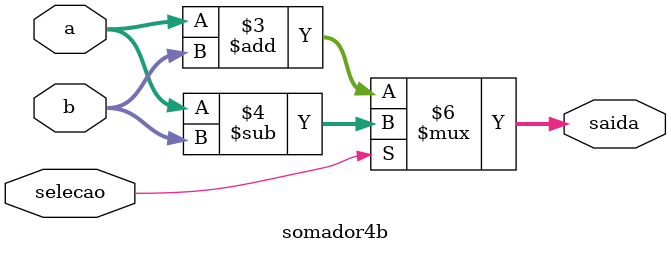
<source format=v>
/*
			(*) - Quando qualquer entrada variar, o valor da saida vai ser atualizado.
			
			 always@ (fio1, fio2,...) - Quando o fio1 ou fio2 mudar, atualiza saida.
			 
			 posedge - Borda de subida
			 
			 negedge - Borda de descida
			 
 */
module somador4b(input[3:0] a, b, 
                 input selecao,
				     output reg [3:0] saida);
					  
		 always @(*) 
			if (selecao == 0)
				saida = a + b;
			else 
				saida = a - b;
endmodule

</source>
